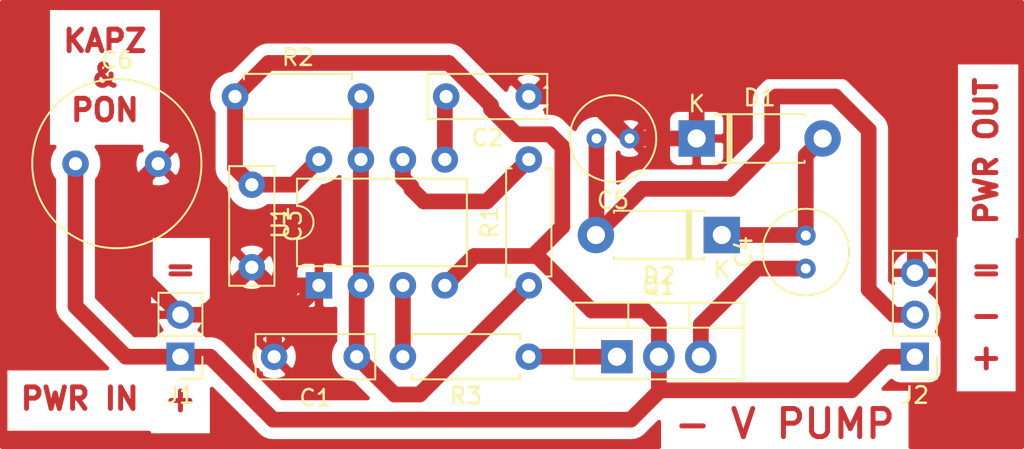
<source format=kicad_pcb>
(kicad_pcb (version 20171130) (host pcbnew 5.1.5+dfsg1-2build2)

  (general
    (thickness 1.6)
    (drawings 9)
    (tracks 87)
    (zones 0)
    (modules 15)
    (nets 11)
  )

  (page A4)
  (layers
    (0 F.Cu signal)
    (31 B.Cu signal)
    (32 B.Adhes user)
    (33 F.Adhes user)
    (34 B.Paste user)
    (35 F.Paste user)
    (36 B.SilkS user)
    (37 F.SilkS user)
    (38 B.Mask user)
    (39 F.Mask user)
    (40 Dwgs.User user)
    (41 Cmts.User user)
    (42 Eco1.User user)
    (43 Eco2.User user)
    (44 Edge.Cuts user)
    (45 Margin user)
    (46 B.CrtYd user)
    (47 F.CrtYd user)
    (48 B.Fab user)
    (49 F.Fab user)
  )

  (setup
    (last_trace_width 0.95)
    (user_trace_width 0.95)
    (user_trace_width 1.2)
    (trace_clearance 0.2)
    (zone_clearance 0.7)
    (zone_45_only no)
    (trace_min 0.2)
    (via_size 0.8)
    (via_drill 0.4)
    (via_min_size 0.4)
    (via_min_drill 0.3)
    (uvia_size 0.3)
    (uvia_drill 0.1)
    (uvias_allowed no)
    (uvia_min_size 0.2)
    (uvia_min_drill 0.1)
    (edge_width 0.05)
    (segment_width 0.2)
    (pcb_text_width 0.3)
    (pcb_text_size 1.5 1.5)
    (mod_edge_width 0.12)
    (mod_text_size 1 1)
    (mod_text_width 0.15)
    (pad_size 1.524 1.524)
    (pad_drill 0.762)
    (pad_to_mask_clearance 0.051)
    (solder_mask_min_width 0.25)
    (aux_axis_origin 0 0)
    (visible_elements FFFFFF7F)
    (pcbplotparams
      (layerselection 0x010fc_ffffffff)
      (usegerberextensions false)
      (usegerberattributes false)
      (usegerberadvancedattributes false)
      (creategerberjobfile false)
      (excludeedgelayer true)
      (linewidth 0.100000)
      (plotframeref false)
      (viasonmask false)
      (mode 1)
      (useauxorigin false)
      (hpglpennumber 1)
      (hpglpenspeed 20)
      (hpglpendiameter 15.000000)
      (psnegative false)
      (psa4output false)
      (plotreference true)
      (plotvalue true)
      (plotinvisibletext false)
      (padsonsilk false)
      (subtractmaskfromsilk false)
      (outputformat 1)
      (mirror false)
      (drillshape 1)
      (scaleselection 1)
      (outputdirectory ""))
  )

  (net 0 "")
  (net 1 "Net-(C1-Pad1)")
  (net 2 GND)
  (net 3 "Net-(C2-Pad2)")
  (net 4 +VDC)
  (net 5 "Net-(C4-Pad1)")
  (net 6 "Net-(C4-Pad2)")
  (net 7 -VDC)
  (net 8 "Net-(Q1-Pad1)")
  (net 9 "Net-(R1-Pad2)")
  (net 10 "Net-(R3-Pad2)")

  (net_class Default "This is the default net class."
    (clearance 0.2)
    (trace_width 0.25)
    (via_dia 0.8)
    (via_drill 0.4)
    (uvia_dia 0.3)
    (uvia_drill 0.1)
    (add_net +VDC)
    (add_net -VDC)
    (add_net GND)
    (add_net "Net-(C1-Pad1)")
    (add_net "Net-(C2-Pad2)")
    (add_net "Net-(C4-Pad1)")
    (add_net "Net-(C4-Pad2)")
    (add_net "Net-(Q1-Pad1)")
    (add_net "Net-(R1-Pad2)")
    (add_net "Net-(R3-Pad2)")
  )

  (module Capacitor_THT:C_Disc_D7.0mm_W2.5mm_P5.00mm (layer F.Cu) (tedit 5AE50EF0) (tstamp 62890917)
    (at 101.854 114.808 180)
    (descr "C, Disc series, Radial, pin pitch=5.00mm, , diameter*width=7*2.5mm^2, Capacitor, http://cdn-reichelt.de/documents/datenblatt/B300/DS_KERKO_TC.pdf")
    (tags "C Disc series Radial pin pitch 5.00mm  diameter 7mm width 2.5mm Capacitor")
    (path /6288EC24)
    (fp_text reference C1 (at 2.5 -2.5) (layer F.SilkS)
      (effects (font (size 1 1) (thickness 0.15)))
    )
    (fp_text value 223 (at 2.5 2.5) (layer F.Fab)
      (effects (font (size 1 1) (thickness 0.15)))
    )
    (fp_line (start -1 -1.25) (end -1 1.25) (layer F.Fab) (width 0.1))
    (fp_line (start -1 1.25) (end 6 1.25) (layer F.Fab) (width 0.1))
    (fp_line (start 6 1.25) (end 6 -1.25) (layer F.Fab) (width 0.1))
    (fp_line (start 6 -1.25) (end -1 -1.25) (layer F.Fab) (width 0.1))
    (fp_line (start -1.12 -1.37) (end 6.12 -1.37) (layer F.SilkS) (width 0.12))
    (fp_line (start -1.12 1.37) (end 6.12 1.37) (layer F.SilkS) (width 0.12))
    (fp_line (start -1.12 -1.37) (end -1.12 1.37) (layer F.SilkS) (width 0.12))
    (fp_line (start 6.12 -1.37) (end 6.12 1.37) (layer F.SilkS) (width 0.12))
    (fp_line (start -1.25 -1.5) (end -1.25 1.5) (layer F.CrtYd) (width 0.05))
    (fp_line (start -1.25 1.5) (end 6.25 1.5) (layer F.CrtYd) (width 0.05))
    (fp_line (start 6.25 1.5) (end 6.25 -1.5) (layer F.CrtYd) (width 0.05))
    (fp_line (start 6.25 -1.5) (end -1.25 -1.5) (layer F.CrtYd) (width 0.05))
    (fp_text user %R (at 2.5 0) (layer F.Fab)
      (effects (font (size 1 1) (thickness 0.15)))
    )
    (pad 1 thru_hole circle (at 0 0 180) (size 1.6 1.6) (drill 0.8) (layers *.Cu *.Mask)
      (net 1 "Net-(C1-Pad1)"))
    (pad 2 thru_hole circle (at 5 0 180) (size 1.6 1.6) (drill 0.8) (layers *.Cu *.Mask)
      (net 2 GND))
    (model ${KISYS3DMOD}/Capacitor_THT.3dshapes/C_Disc_D7.0mm_W2.5mm_P5.00mm.wrl
      (at (xyz 0 0 0))
      (scale (xyz 1 1 1))
      (rotate (xyz 0 0 0))
    )
  )

  (module Capacitor_THT:C_Disc_D7.0mm_W2.5mm_P5.00mm (layer F.Cu) (tedit 5AE50EF0) (tstamp 6289092A)
    (at 112.268 99.06 180)
    (descr "C, Disc series, Radial, pin pitch=5.00mm, , diameter*width=7*2.5mm^2, Capacitor, http://cdn-reichelt.de/documents/datenblatt/B300/DS_KERKO_TC.pdf")
    (tags "C Disc series Radial pin pitch 5.00mm  diameter 7mm width 2.5mm Capacitor")
    (path /6289C0AC)
    (fp_text reference C2 (at 2.5 -2.5) (layer F.SilkS)
      (effects (font (size 1 1) (thickness 0.15)))
    )
    (fp_text value 104 (at 2.5 2.5) (layer F.Fab)
      (effects (font (size 1 1) (thickness 0.15)))
    )
    (fp_text user %R (at 2.5 0) (layer F.Fab)
      (effects (font (size 1 1) (thickness 0.15)))
    )
    (fp_line (start 6.25 -1.5) (end -1.25 -1.5) (layer F.CrtYd) (width 0.05))
    (fp_line (start 6.25 1.5) (end 6.25 -1.5) (layer F.CrtYd) (width 0.05))
    (fp_line (start -1.25 1.5) (end 6.25 1.5) (layer F.CrtYd) (width 0.05))
    (fp_line (start -1.25 -1.5) (end -1.25 1.5) (layer F.CrtYd) (width 0.05))
    (fp_line (start 6.12 -1.37) (end 6.12 1.37) (layer F.SilkS) (width 0.12))
    (fp_line (start -1.12 -1.37) (end -1.12 1.37) (layer F.SilkS) (width 0.12))
    (fp_line (start -1.12 1.37) (end 6.12 1.37) (layer F.SilkS) (width 0.12))
    (fp_line (start -1.12 -1.37) (end 6.12 -1.37) (layer F.SilkS) (width 0.12))
    (fp_line (start 6 -1.25) (end -1 -1.25) (layer F.Fab) (width 0.1))
    (fp_line (start 6 1.25) (end 6 -1.25) (layer F.Fab) (width 0.1))
    (fp_line (start -1 1.25) (end 6 1.25) (layer F.Fab) (width 0.1))
    (fp_line (start -1 -1.25) (end -1 1.25) (layer F.Fab) (width 0.1))
    (pad 2 thru_hole circle (at 5 0 180) (size 1.6 1.6) (drill 0.8) (layers *.Cu *.Mask)
      (net 3 "Net-(C2-Pad2)"))
    (pad 1 thru_hole circle (at 0 0 180) (size 1.6 1.6) (drill 0.8) (layers *.Cu *.Mask)
      (net 2 GND))
    (model ${KISYS3DMOD}/Capacitor_THT.3dshapes/C_Disc_D7.0mm_W2.5mm_P5.00mm.wrl
      (at (xyz 0 0 0))
      (scale (xyz 1 1 1))
      (rotate (xyz 0 0 0))
    )
  )

  (module Capacitor_THT:C_Disc_D7.0mm_W2.5mm_P5.00mm (layer F.Cu) (tedit 5AE50EF0) (tstamp 62891033)
    (at 95.504 104.394 270)
    (descr "C, Disc series, Radial, pin pitch=5.00mm, , diameter*width=7*2.5mm^2, Capacitor, http://cdn-reichelt.de/documents/datenblatt/B300/DS_KERKO_TC.pdf")
    (tags "C Disc series Radial pin pitch 5.00mm  diameter 7mm width 2.5mm Capacitor")
    (path /628ED369)
    (fp_text reference C3 (at 2.5 -2.5 90) (layer F.SilkS)
      (effects (font (size 1 1) (thickness 0.15)))
    )
    (fp_text value 104 (at 2.5 2.5 90) (layer F.Fab)
      (effects (font (size 1 1) (thickness 0.15)))
    )
    (fp_line (start -1 -1.25) (end -1 1.25) (layer F.Fab) (width 0.1))
    (fp_line (start -1 1.25) (end 6 1.25) (layer F.Fab) (width 0.1))
    (fp_line (start 6 1.25) (end 6 -1.25) (layer F.Fab) (width 0.1))
    (fp_line (start 6 -1.25) (end -1 -1.25) (layer F.Fab) (width 0.1))
    (fp_line (start -1.12 -1.37) (end 6.12 -1.37) (layer F.SilkS) (width 0.12))
    (fp_line (start -1.12 1.37) (end 6.12 1.37) (layer F.SilkS) (width 0.12))
    (fp_line (start -1.12 -1.37) (end -1.12 1.37) (layer F.SilkS) (width 0.12))
    (fp_line (start 6.12 -1.37) (end 6.12 1.37) (layer F.SilkS) (width 0.12))
    (fp_line (start -1.25 -1.5) (end -1.25 1.5) (layer F.CrtYd) (width 0.05))
    (fp_line (start -1.25 1.5) (end 6.25 1.5) (layer F.CrtYd) (width 0.05))
    (fp_line (start 6.25 1.5) (end 6.25 -1.5) (layer F.CrtYd) (width 0.05))
    (fp_line (start 6.25 -1.5) (end -1.25 -1.5) (layer F.CrtYd) (width 0.05))
    (fp_text user %R (at 2.5 0 90) (layer F.Fab)
      (effects (font (size 1 1) (thickness 0.15)))
    )
    (pad 1 thru_hole circle (at 0 0 270) (size 1.6 1.6) (drill 0.8) (layers *.Cu *.Mask)
      (net 4 +VDC))
    (pad 2 thru_hole circle (at 5 0 270) (size 1.6 1.6) (drill 0.8) (layers *.Cu *.Mask)
      (net 2 GND))
    (model ${KISYS3DMOD}/Capacitor_THT.3dshapes/C_Disc_D7.0mm_W2.5mm_P5.00mm.wrl
      (at (xyz 0 0 0))
      (scale (xyz 1 1 1))
      (rotate (xyz 0 0 0))
    )
  )

  (module Capacitor_THT:C_Radial_D5.0mm_H7.0mm_P2.00mm (layer F.Cu) (tedit 5BC5C9B9) (tstamp 62890947)
    (at 129.032 109.474 90)
    (descr "C, Radial series, Radial, pin pitch=2.00mm, diameter=5mm, height=7mm, Non-Polar Electrolytic Capacitor")
    (tags "C Radial series Radial pin pitch 2.00mm diameter 5mm height 7mm Non-Polar Electrolytic Capacitor")
    (path /628AC64E)
    (fp_text reference C4 (at 1 -3.75 90) (layer F.SilkS)
      (effects (font (size 1 1) (thickness 0.15)))
    )
    (fp_text value 10uF (at 1 3.75 90) (layer F.Fab)
      (effects (font (size 1 1) (thickness 0.15)))
    )
    (fp_circle (center 1 0) (end 3.5 0) (layer F.Fab) (width 0.1))
    (fp_circle (center 1 0) (end 3.62 0) (layer F.SilkS) (width 0.12))
    (fp_circle (center 1 0) (end 3.75 0) (layer F.CrtYd) (width 0.05))
    (fp_text user %R (at 1 0 90) (layer F.Fab)
      (effects (font (size 1 1) (thickness 0.15)))
    )
    (pad 1 thru_hole circle (at 0 0 90) (size 1.2 1.2) (drill 0.6) (layers *.Cu *.Mask)
      (net 5 "Net-(C4-Pad1)"))
    (pad 2 thru_hole circle (at 2 0 90) (size 1.2 1.2) (drill 0.6) (layers *.Cu *.Mask)
      (net 6 "Net-(C4-Pad2)"))
    (model ${KISYS3DMOD}/Capacitor_THT.3dshapes/C_Radial_D5.0mm_H7.0mm_P2.00mm.wrl
      (at (xyz 0 0 0))
      (scale (xyz 1 1 1))
      (rotate (xyz 0 0 0))
    )
  )

  (module Capacitor_THT:C_Radial_D5.0mm_H7.0mm_P2.00mm (layer F.Cu) (tedit 5BC5C9B9) (tstamp 62890951)
    (at 118.364 101.6 180)
    (descr "C, Radial series, Radial, pin pitch=2.00mm, diameter=5mm, height=7mm, Non-Polar Electrolytic Capacitor")
    (tags "C Radial series Radial pin pitch 2.00mm diameter 5mm height 7mm Non-Polar Electrolytic Capacitor")
    (path /628B2168)
    (fp_text reference C5 (at 1 -3.75) (layer F.SilkS)
      (effects (font (size 1 1) (thickness 0.15)))
    )
    (fp_text value 10uF (at 1 3.75) (layer F.Fab)
      (effects (font (size 1 1) (thickness 0.15)))
    )
    (fp_text user %R (at 1 0) (layer F.Fab)
      (effects (font (size 1 1) (thickness 0.15)))
    )
    (fp_circle (center 1 0) (end 3.75 0) (layer F.CrtYd) (width 0.05))
    (fp_circle (center 1 0) (end 3.62 0) (layer F.SilkS) (width 0.12))
    (fp_circle (center 1 0) (end 3.5 0) (layer F.Fab) (width 0.1))
    (pad 2 thru_hole circle (at 2 0 180) (size 1.2 1.2) (drill 0.6) (layers *.Cu *.Mask)
      (net 7 -VDC))
    (pad 1 thru_hole circle (at 0 0 180) (size 1.2 1.2) (drill 0.6) (layers *.Cu *.Mask)
      (net 2 GND))
    (model ${KISYS3DMOD}/Capacitor_THT.3dshapes/C_Radial_D5.0mm_H7.0mm_P2.00mm.wrl
      (at (xyz 0 0 0))
      (scale (xyz 1 1 1))
      (rotate (xyz 0 0 0))
    )
  )

  (module Diode_THT:D_DO-41_SOD81_P7.62mm_Horizontal (layer F.Cu) (tedit 5AE50CD5) (tstamp 62890970)
    (at 122.428 101.6)
    (descr "Diode, DO-41_SOD81 series, Axial, Horizontal, pin pitch=7.62mm, , length*diameter=5.2*2.7mm^2, , http://www.diodes.com/_files/packages/DO-41%20(Plastic).pdf")
    (tags "Diode DO-41_SOD81 series Axial Horizontal pin pitch 7.62mm  length 5.2mm diameter 2.7mm")
    (path /628B0467)
    (fp_text reference D1 (at 3.81 -2.47) (layer F.SilkS)
      (effects (font (size 1 1) (thickness 0.15)))
    )
    (fp_text value D (at 3.81 2.47) (layer F.Fab)
      (effects (font (size 1 1) (thickness 0.15)))
    )
    (fp_text user K (at 0 -2.1) (layer F.SilkS)
      (effects (font (size 1 1) (thickness 0.15)))
    )
    (fp_text user K (at 0 -2.1) (layer F.Fab)
      (effects (font (size 1 1) (thickness 0.15)))
    )
    (fp_text user %R (at 4.2 0) (layer F.Fab)
      (effects (font (size 1 1) (thickness 0.15)))
    )
    (fp_line (start 8.97 -1.6) (end -1.35 -1.6) (layer F.CrtYd) (width 0.05))
    (fp_line (start 8.97 1.6) (end 8.97 -1.6) (layer F.CrtYd) (width 0.05))
    (fp_line (start -1.35 1.6) (end 8.97 1.6) (layer F.CrtYd) (width 0.05))
    (fp_line (start -1.35 -1.6) (end -1.35 1.6) (layer F.CrtYd) (width 0.05))
    (fp_line (start 1.87 -1.47) (end 1.87 1.47) (layer F.SilkS) (width 0.12))
    (fp_line (start 2.11 -1.47) (end 2.11 1.47) (layer F.SilkS) (width 0.12))
    (fp_line (start 1.99 -1.47) (end 1.99 1.47) (layer F.SilkS) (width 0.12))
    (fp_line (start 6.53 1.47) (end 6.53 1.34) (layer F.SilkS) (width 0.12))
    (fp_line (start 1.09 1.47) (end 6.53 1.47) (layer F.SilkS) (width 0.12))
    (fp_line (start 1.09 1.34) (end 1.09 1.47) (layer F.SilkS) (width 0.12))
    (fp_line (start 6.53 -1.47) (end 6.53 -1.34) (layer F.SilkS) (width 0.12))
    (fp_line (start 1.09 -1.47) (end 6.53 -1.47) (layer F.SilkS) (width 0.12))
    (fp_line (start 1.09 -1.34) (end 1.09 -1.47) (layer F.SilkS) (width 0.12))
    (fp_line (start 1.89 -1.35) (end 1.89 1.35) (layer F.Fab) (width 0.1))
    (fp_line (start 2.09 -1.35) (end 2.09 1.35) (layer F.Fab) (width 0.1))
    (fp_line (start 1.99 -1.35) (end 1.99 1.35) (layer F.Fab) (width 0.1))
    (fp_line (start 7.62 0) (end 6.41 0) (layer F.Fab) (width 0.1))
    (fp_line (start 0 0) (end 1.21 0) (layer F.Fab) (width 0.1))
    (fp_line (start 6.41 -1.35) (end 1.21 -1.35) (layer F.Fab) (width 0.1))
    (fp_line (start 6.41 1.35) (end 6.41 -1.35) (layer F.Fab) (width 0.1))
    (fp_line (start 1.21 1.35) (end 6.41 1.35) (layer F.Fab) (width 0.1))
    (fp_line (start 1.21 -1.35) (end 1.21 1.35) (layer F.Fab) (width 0.1))
    (pad 2 thru_hole oval (at 7.62 0) (size 2.2 2.2) (drill 1.1) (layers *.Cu *.Mask)
      (net 6 "Net-(C4-Pad2)"))
    (pad 1 thru_hole rect (at 0 0) (size 2.2 2.2) (drill 1.1) (layers *.Cu *.Mask)
      (net 2 GND))
    (model ${KISYS3DMOD}/Diode_THT.3dshapes/D_DO-41_SOD81_P7.62mm_Horizontal.wrl
      (at (xyz 0 0 0))
      (scale (xyz 1 1 1))
      (rotate (xyz 0 0 0))
    )
  )

  (module Diode_THT:D_DO-41_SOD81_P7.62mm_Horizontal (layer F.Cu) (tedit 5AE50CD5) (tstamp 6289098F)
    (at 123.952 107.442 180)
    (descr "Diode, DO-41_SOD81 series, Axial, Horizontal, pin pitch=7.62mm, , length*diameter=5.2*2.7mm^2, , http://www.diodes.com/_files/packages/DO-41%20(Plastic).pdf")
    (tags "Diode DO-41_SOD81 series Axial Horizontal pin pitch 7.62mm  length 5.2mm diameter 2.7mm")
    (path /628A86F0)
    (fp_text reference D2 (at 3.81 -2.47) (layer F.SilkS)
      (effects (font (size 1 1) (thickness 0.15)))
    )
    (fp_text value D (at 3.81 2.47) (layer F.Fab)
      (effects (font (size 1 1) (thickness 0.15)))
    )
    (fp_line (start 1.21 -1.35) (end 1.21 1.35) (layer F.Fab) (width 0.1))
    (fp_line (start 1.21 1.35) (end 6.41 1.35) (layer F.Fab) (width 0.1))
    (fp_line (start 6.41 1.35) (end 6.41 -1.35) (layer F.Fab) (width 0.1))
    (fp_line (start 6.41 -1.35) (end 1.21 -1.35) (layer F.Fab) (width 0.1))
    (fp_line (start 0 0) (end 1.21 0) (layer F.Fab) (width 0.1))
    (fp_line (start 7.62 0) (end 6.41 0) (layer F.Fab) (width 0.1))
    (fp_line (start 1.99 -1.35) (end 1.99 1.35) (layer F.Fab) (width 0.1))
    (fp_line (start 2.09 -1.35) (end 2.09 1.35) (layer F.Fab) (width 0.1))
    (fp_line (start 1.89 -1.35) (end 1.89 1.35) (layer F.Fab) (width 0.1))
    (fp_line (start 1.09 -1.34) (end 1.09 -1.47) (layer F.SilkS) (width 0.12))
    (fp_line (start 1.09 -1.47) (end 6.53 -1.47) (layer F.SilkS) (width 0.12))
    (fp_line (start 6.53 -1.47) (end 6.53 -1.34) (layer F.SilkS) (width 0.12))
    (fp_line (start 1.09 1.34) (end 1.09 1.47) (layer F.SilkS) (width 0.12))
    (fp_line (start 1.09 1.47) (end 6.53 1.47) (layer F.SilkS) (width 0.12))
    (fp_line (start 6.53 1.47) (end 6.53 1.34) (layer F.SilkS) (width 0.12))
    (fp_line (start 1.99 -1.47) (end 1.99 1.47) (layer F.SilkS) (width 0.12))
    (fp_line (start 2.11 -1.47) (end 2.11 1.47) (layer F.SilkS) (width 0.12))
    (fp_line (start 1.87 -1.47) (end 1.87 1.47) (layer F.SilkS) (width 0.12))
    (fp_line (start -1.35 -1.6) (end -1.35 1.6) (layer F.CrtYd) (width 0.05))
    (fp_line (start -1.35 1.6) (end 8.97 1.6) (layer F.CrtYd) (width 0.05))
    (fp_line (start 8.97 1.6) (end 8.97 -1.6) (layer F.CrtYd) (width 0.05))
    (fp_line (start 8.97 -1.6) (end -1.35 -1.6) (layer F.CrtYd) (width 0.05))
    (fp_text user %R (at 4.2 0) (layer F.Fab)
      (effects (font (size 1 1) (thickness 0.15)))
    )
    (fp_text user K (at 0 -2.1) (layer F.Fab)
      (effects (font (size 1 1) (thickness 0.15)))
    )
    (fp_text user K (at 0 -2.1) (layer F.SilkS)
      (effects (font (size 1 1) (thickness 0.15)))
    )
    (pad 1 thru_hole rect (at 0 0 180) (size 2.2 2.2) (drill 1.1) (layers *.Cu *.Mask)
      (net 6 "Net-(C4-Pad2)"))
    (pad 2 thru_hole oval (at 7.62 0 180) (size 2.2 2.2) (drill 1.1) (layers *.Cu *.Mask)
      (net 7 -VDC))
    (model ${KISYS3DMOD}/Diode_THT.3dshapes/D_DO-41_SOD81_P7.62mm_Horizontal.wrl
      (at (xyz 0 0 0))
      (scale (xyz 1 1 1))
      (rotate (xyz 0 0 0))
    )
  )

  (module Connector_PinHeader_2.54mm:PinHeader_1x02_P2.54mm_Vertical (layer F.Cu) (tedit 59FED5CC) (tstamp 628918CD)
    (at 91.186 114.808 180)
    (descr "Through hole straight pin header, 1x02, 2.54mm pitch, single row")
    (tags "Through hole pin header THT 1x02 2.54mm single row")
    (path /628BFE27)
    (fp_text reference J1 (at 0 -2.33) (layer F.SilkS)
      (effects (font (size 1 1) (thickness 0.15)))
    )
    (fp_text value PWR (at 0 4.87) (layer F.Fab)
      (effects (font (size 1 1) (thickness 0.15)))
    )
    (fp_line (start -0.635 -1.27) (end 1.27 -1.27) (layer F.Fab) (width 0.1))
    (fp_line (start 1.27 -1.27) (end 1.27 3.81) (layer F.Fab) (width 0.1))
    (fp_line (start 1.27 3.81) (end -1.27 3.81) (layer F.Fab) (width 0.1))
    (fp_line (start -1.27 3.81) (end -1.27 -0.635) (layer F.Fab) (width 0.1))
    (fp_line (start -1.27 -0.635) (end -0.635 -1.27) (layer F.Fab) (width 0.1))
    (fp_line (start -1.33 3.87) (end 1.33 3.87) (layer F.SilkS) (width 0.12))
    (fp_line (start -1.33 1.27) (end -1.33 3.87) (layer F.SilkS) (width 0.12))
    (fp_line (start 1.33 1.27) (end 1.33 3.87) (layer F.SilkS) (width 0.12))
    (fp_line (start -1.33 1.27) (end 1.33 1.27) (layer F.SilkS) (width 0.12))
    (fp_line (start -1.33 0) (end -1.33 -1.33) (layer F.SilkS) (width 0.12))
    (fp_line (start -1.33 -1.33) (end 0 -1.33) (layer F.SilkS) (width 0.12))
    (fp_line (start -1.8 -1.8) (end -1.8 4.35) (layer F.CrtYd) (width 0.05))
    (fp_line (start -1.8 4.35) (end 1.8 4.35) (layer F.CrtYd) (width 0.05))
    (fp_line (start 1.8 4.35) (end 1.8 -1.8) (layer F.CrtYd) (width 0.05))
    (fp_line (start 1.8 -1.8) (end -1.8 -1.8) (layer F.CrtYd) (width 0.05))
    (fp_text user %R (at 0 1.27 90) (layer F.Fab)
      (effects (font (size 1 1) (thickness 0.15)))
    )
    (pad 1 thru_hole rect (at 0 0 180) (size 1.7 1.7) (drill 1) (layers *.Cu *.Mask)
      (net 4 +VDC))
    (pad 2 thru_hole oval (at 0 2.54 180) (size 1.7 1.7) (drill 1) (layers *.Cu *.Mask)
      (net 2 GND))
    (model ${KISYS3DMOD}/Connector_PinHeader_2.54mm.3dshapes/PinHeader_1x02_P2.54mm_Vertical.wrl
      (at (xyz 0 0 0))
      (scale (xyz 1 1 1))
      (rotate (xyz 0 0 0))
    )
  )

  (module Connector_PinHeader_2.54mm:PinHeader_1x03_P2.54mm_Vertical (layer F.Cu) (tedit 59FED5CC) (tstamp 628909BC)
    (at 135.636 114.808 180)
    (descr "Through hole straight pin header, 1x03, 2.54mm pitch, single row")
    (tags "Through hole pin header THT 1x03 2.54mm single row")
    (path /628BBD2F)
    (fp_text reference J2 (at 0 -2.33) (layer F.SilkS)
      (effects (font (size 1 1) (thickness 0.15)))
    )
    (fp_text value "PWR OUT" (at 0 7.41) (layer F.Fab)
      (effects (font (size 1 1) (thickness 0.15)))
    )
    (fp_line (start -0.635 -1.27) (end 1.27 -1.27) (layer F.Fab) (width 0.1))
    (fp_line (start 1.27 -1.27) (end 1.27 6.35) (layer F.Fab) (width 0.1))
    (fp_line (start 1.27 6.35) (end -1.27 6.35) (layer F.Fab) (width 0.1))
    (fp_line (start -1.27 6.35) (end -1.27 -0.635) (layer F.Fab) (width 0.1))
    (fp_line (start -1.27 -0.635) (end -0.635 -1.27) (layer F.Fab) (width 0.1))
    (fp_line (start -1.33 6.41) (end 1.33 6.41) (layer F.SilkS) (width 0.12))
    (fp_line (start -1.33 1.27) (end -1.33 6.41) (layer F.SilkS) (width 0.12))
    (fp_line (start 1.33 1.27) (end 1.33 6.41) (layer F.SilkS) (width 0.12))
    (fp_line (start -1.33 1.27) (end 1.33 1.27) (layer F.SilkS) (width 0.12))
    (fp_line (start -1.33 0) (end -1.33 -1.33) (layer F.SilkS) (width 0.12))
    (fp_line (start -1.33 -1.33) (end 0 -1.33) (layer F.SilkS) (width 0.12))
    (fp_line (start -1.8 -1.8) (end -1.8 6.85) (layer F.CrtYd) (width 0.05))
    (fp_line (start -1.8 6.85) (end 1.8 6.85) (layer F.CrtYd) (width 0.05))
    (fp_line (start 1.8 6.85) (end 1.8 -1.8) (layer F.CrtYd) (width 0.05))
    (fp_line (start 1.8 -1.8) (end -1.8 -1.8) (layer F.CrtYd) (width 0.05))
    (fp_text user %R (at 0 2.54 90) (layer F.Fab)
      (effects (font (size 1 1) (thickness 0.15)))
    )
    (pad 1 thru_hole rect (at 0 0 180) (size 1.7 1.7) (drill 1) (layers *.Cu *.Mask)
      (net 4 +VDC))
    (pad 2 thru_hole oval (at 0 2.54 180) (size 1.7 1.7) (drill 1) (layers *.Cu *.Mask)
      (net 7 -VDC))
    (pad 3 thru_hole oval (at 0 5.08 180) (size 1.7 1.7) (drill 1) (layers *.Cu *.Mask)
      (net 2 GND))
    (model ${KISYS3DMOD}/Connector_PinHeader_2.54mm.3dshapes/PinHeader_1x03_P2.54mm_Vertical.wrl
      (at (xyz 0 0 0))
      (scale (xyz 1 1 1))
      (rotate (xyz 0 0 0))
    )
  )

  (module Package_TO_SOT_THT:TO-220-3_Vertical (layer F.Cu) (tedit 5AC8BA0D) (tstamp 628909D6)
    (at 117.602 114.808)
    (descr "TO-220-3, Vertical, RM 2.54mm, see https://www.vishay.com/docs/66542/to-220-1.pdf")
    (tags "TO-220-3 Vertical RM 2.54mm")
    (path /628A2FB7)
    (fp_text reference Q1 (at 2.54 -4.27) (layer F.SilkS)
      (effects (font (size 1 1) (thickness 0.15)))
    )
    (fp_text value Q_NMOS_GDS (at 2.54 2.5) (layer F.Fab)
      (effects (font (size 1 1) (thickness 0.15)))
    )
    (fp_line (start -2.46 -3.15) (end -2.46 1.25) (layer F.Fab) (width 0.1))
    (fp_line (start -2.46 1.25) (end 7.54 1.25) (layer F.Fab) (width 0.1))
    (fp_line (start 7.54 1.25) (end 7.54 -3.15) (layer F.Fab) (width 0.1))
    (fp_line (start 7.54 -3.15) (end -2.46 -3.15) (layer F.Fab) (width 0.1))
    (fp_line (start -2.46 -1.88) (end 7.54 -1.88) (layer F.Fab) (width 0.1))
    (fp_line (start 0.69 -3.15) (end 0.69 -1.88) (layer F.Fab) (width 0.1))
    (fp_line (start 4.39 -3.15) (end 4.39 -1.88) (layer F.Fab) (width 0.1))
    (fp_line (start -2.58 -3.27) (end 7.66 -3.27) (layer F.SilkS) (width 0.12))
    (fp_line (start -2.58 1.371) (end 7.66 1.371) (layer F.SilkS) (width 0.12))
    (fp_line (start -2.58 -3.27) (end -2.58 1.371) (layer F.SilkS) (width 0.12))
    (fp_line (start 7.66 -3.27) (end 7.66 1.371) (layer F.SilkS) (width 0.12))
    (fp_line (start -2.58 -1.76) (end 7.66 -1.76) (layer F.SilkS) (width 0.12))
    (fp_line (start 0.69 -3.27) (end 0.69 -1.76) (layer F.SilkS) (width 0.12))
    (fp_line (start 4.391 -3.27) (end 4.391 -1.76) (layer F.SilkS) (width 0.12))
    (fp_line (start -2.71 -3.4) (end -2.71 1.51) (layer F.CrtYd) (width 0.05))
    (fp_line (start -2.71 1.51) (end 7.79 1.51) (layer F.CrtYd) (width 0.05))
    (fp_line (start 7.79 1.51) (end 7.79 -3.4) (layer F.CrtYd) (width 0.05))
    (fp_line (start 7.79 -3.4) (end -2.71 -3.4) (layer F.CrtYd) (width 0.05))
    (fp_text user %R (at 2.54 -4.27) (layer F.Fab)
      (effects (font (size 1 1) (thickness 0.15)))
    )
    (pad 1 thru_hole rect (at 0 0) (size 1.905 2) (drill 1.1) (layers *.Cu *.Mask)
      (net 8 "Net-(Q1-Pad1)"))
    (pad 2 thru_hole oval (at 2.54 0) (size 1.905 2) (drill 1.1) (layers *.Cu *.Mask)
      (net 4 +VDC))
    (pad 3 thru_hole oval (at 5.08 0) (size 1.905 2) (drill 1.1) (layers *.Cu *.Mask)
      (net 5 "Net-(C4-Pad1)"))
    (model ${KISYS3DMOD}/Package_TO_SOT_THT.3dshapes/TO-220-3_Vertical.wrl
      (at (xyz 0 0 0))
      (scale (xyz 1 1 1))
      (rotate (xyz 0 0 0))
    )
  )

  (module Resistor_THT:R_Axial_DIN0207_L6.3mm_D2.5mm_P7.62mm_Horizontal (layer F.Cu) (tedit 5AE5139B) (tstamp 628909ED)
    (at 112.268 110.49 90)
    (descr "Resistor, Axial_DIN0207 series, Axial, Horizontal, pin pitch=7.62mm, 0.25W = 1/4W, length*diameter=6.3*2.5mm^2, http://cdn-reichelt.de/documents/datenblatt/B400/1_4W%23YAG.pdf")
    (tags "Resistor Axial_DIN0207 series Axial Horizontal pin pitch 7.62mm 0.25W = 1/4W length 6.3mm diameter 2.5mm")
    (path /6288E25E)
    (fp_text reference R1 (at 3.81 -2.37 90) (layer F.SilkS)
      (effects (font (size 1 1) (thickness 0.15)))
    )
    (fp_text value 2K (at 3.81 2.37 90) (layer F.Fab)
      (effects (font (size 1 1) (thickness 0.15)))
    )
    (fp_line (start 0.66 -1.25) (end 0.66 1.25) (layer F.Fab) (width 0.1))
    (fp_line (start 0.66 1.25) (end 6.96 1.25) (layer F.Fab) (width 0.1))
    (fp_line (start 6.96 1.25) (end 6.96 -1.25) (layer F.Fab) (width 0.1))
    (fp_line (start 6.96 -1.25) (end 0.66 -1.25) (layer F.Fab) (width 0.1))
    (fp_line (start 0 0) (end 0.66 0) (layer F.Fab) (width 0.1))
    (fp_line (start 7.62 0) (end 6.96 0) (layer F.Fab) (width 0.1))
    (fp_line (start 0.54 -1.04) (end 0.54 -1.37) (layer F.SilkS) (width 0.12))
    (fp_line (start 0.54 -1.37) (end 7.08 -1.37) (layer F.SilkS) (width 0.12))
    (fp_line (start 7.08 -1.37) (end 7.08 -1.04) (layer F.SilkS) (width 0.12))
    (fp_line (start 0.54 1.04) (end 0.54 1.37) (layer F.SilkS) (width 0.12))
    (fp_line (start 0.54 1.37) (end 7.08 1.37) (layer F.SilkS) (width 0.12))
    (fp_line (start 7.08 1.37) (end 7.08 1.04) (layer F.SilkS) (width 0.12))
    (fp_line (start -1.05 -1.5) (end -1.05 1.5) (layer F.CrtYd) (width 0.05))
    (fp_line (start -1.05 1.5) (end 8.67 1.5) (layer F.CrtYd) (width 0.05))
    (fp_line (start 8.67 1.5) (end 8.67 -1.5) (layer F.CrtYd) (width 0.05))
    (fp_line (start 8.67 -1.5) (end -1.05 -1.5) (layer F.CrtYd) (width 0.05))
    (fp_text user %R (at 3.81 0 90) (layer F.Fab)
      (effects (font (size 1 1) (thickness 0.15)))
    )
    (pad 1 thru_hole circle (at 0 0 90) (size 1.6 1.6) (drill 0.8) (layers *.Cu *.Mask)
      (net 1 "Net-(C1-Pad1)"))
    (pad 2 thru_hole oval (at 7.62 0 90) (size 1.6 1.6) (drill 0.8) (layers *.Cu *.Mask)
      (net 9 "Net-(R1-Pad2)"))
    (model ${KISYS3DMOD}/Resistor_THT.3dshapes/R_Axial_DIN0207_L6.3mm_D2.5mm_P7.62mm_Horizontal.wrl
      (at (xyz 0 0 0))
      (scale (xyz 1 1 1))
      (rotate (xyz 0 0 0))
    )
  )

  (module Resistor_THT:R_Axial_DIN0207_L6.3mm_D2.5mm_P7.62mm_Horizontal (layer F.Cu) (tedit 5AE5139B) (tstamp 62890A04)
    (at 94.488 99.06)
    (descr "Resistor, Axial_DIN0207 series, Axial, Horizontal, pin pitch=7.62mm, 0.25W = 1/4W, length*diameter=6.3*2.5mm^2, http://cdn-reichelt.de/documents/datenblatt/B400/1_4W%23YAG.pdf")
    (tags "Resistor Axial_DIN0207 series Axial Horizontal pin pitch 7.62mm 0.25W = 1/4W length 6.3mm diameter 2.5mm")
    (path /62890774)
    (fp_text reference R2 (at 3.81 -2.37) (layer F.SilkS)
      (effects (font (size 1 1) (thickness 0.15)))
    )
    (fp_text value 2K2 (at 3.81 2.37) (layer F.Fab)
      (effects (font (size 1 1) (thickness 0.15)))
    )
    (fp_text user %R (at 3.81 0) (layer F.Fab)
      (effects (font (size 1 1) (thickness 0.15)))
    )
    (fp_line (start 8.67 -1.5) (end -1.05 -1.5) (layer F.CrtYd) (width 0.05))
    (fp_line (start 8.67 1.5) (end 8.67 -1.5) (layer F.CrtYd) (width 0.05))
    (fp_line (start -1.05 1.5) (end 8.67 1.5) (layer F.CrtYd) (width 0.05))
    (fp_line (start -1.05 -1.5) (end -1.05 1.5) (layer F.CrtYd) (width 0.05))
    (fp_line (start 7.08 1.37) (end 7.08 1.04) (layer F.SilkS) (width 0.12))
    (fp_line (start 0.54 1.37) (end 7.08 1.37) (layer F.SilkS) (width 0.12))
    (fp_line (start 0.54 1.04) (end 0.54 1.37) (layer F.SilkS) (width 0.12))
    (fp_line (start 7.08 -1.37) (end 7.08 -1.04) (layer F.SilkS) (width 0.12))
    (fp_line (start 0.54 -1.37) (end 7.08 -1.37) (layer F.SilkS) (width 0.12))
    (fp_line (start 0.54 -1.04) (end 0.54 -1.37) (layer F.SilkS) (width 0.12))
    (fp_line (start 7.62 0) (end 6.96 0) (layer F.Fab) (width 0.1))
    (fp_line (start 0 0) (end 0.66 0) (layer F.Fab) (width 0.1))
    (fp_line (start 6.96 -1.25) (end 0.66 -1.25) (layer F.Fab) (width 0.1))
    (fp_line (start 6.96 1.25) (end 6.96 -1.25) (layer F.Fab) (width 0.1))
    (fp_line (start 0.66 1.25) (end 6.96 1.25) (layer F.Fab) (width 0.1))
    (fp_line (start 0.66 -1.25) (end 0.66 1.25) (layer F.Fab) (width 0.1))
    (pad 2 thru_hole oval (at 7.62 0) (size 1.6 1.6) (drill 0.8) (layers *.Cu *.Mask)
      (net 1 "Net-(C1-Pad1)"))
    (pad 1 thru_hole circle (at 0 0) (size 1.6 1.6) (drill 0.8) (layers *.Cu *.Mask)
      (net 4 +VDC))
    (model ${KISYS3DMOD}/Resistor_THT.3dshapes/R_Axial_DIN0207_L6.3mm_D2.5mm_P7.62mm_Horizontal.wrl
      (at (xyz 0 0 0))
      (scale (xyz 1 1 1))
      (rotate (xyz 0 0 0))
    )
  )

  (module Resistor_THT:R_Axial_DIN0207_L6.3mm_D2.5mm_P7.62mm_Horizontal (layer F.Cu) (tedit 5AE5139B) (tstamp 62890A1B)
    (at 112.268 114.808 180)
    (descr "Resistor, Axial_DIN0207 series, Axial, Horizontal, pin pitch=7.62mm, 0.25W = 1/4W, length*diameter=6.3*2.5mm^2, http://cdn-reichelt.de/documents/datenblatt/B400/1_4W%23YAG.pdf")
    (tags "Resistor Axial_DIN0207 series Axial Horizontal pin pitch 7.62mm 0.25W = 1/4W length 6.3mm diameter 2.5mm")
    (path /6289FED6)
    (fp_text reference R3 (at 3.81 -2.37) (layer F.SilkS)
      (effects (font (size 1 1) (thickness 0.15)))
    )
    (fp_text value 270 (at 3.81 2.37) (layer F.Fab)
      (effects (font (size 1 1) (thickness 0.15)))
    )
    (fp_line (start 0.66 -1.25) (end 0.66 1.25) (layer F.Fab) (width 0.1))
    (fp_line (start 0.66 1.25) (end 6.96 1.25) (layer F.Fab) (width 0.1))
    (fp_line (start 6.96 1.25) (end 6.96 -1.25) (layer F.Fab) (width 0.1))
    (fp_line (start 6.96 -1.25) (end 0.66 -1.25) (layer F.Fab) (width 0.1))
    (fp_line (start 0 0) (end 0.66 0) (layer F.Fab) (width 0.1))
    (fp_line (start 7.62 0) (end 6.96 0) (layer F.Fab) (width 0.1))
    (fp_line (start 0.54 -1.04) (end 0.54 -1.37) (layer F.SilkS) (width 0.12))
    (fp_line (start 0.54 -1.37) (end 7.08 -1.37) (layer F.SilkS) (width 0.12))
    (fp_line (start 7.08 -1.37) (end 7.08 -1.04) (layer F.SilkS) (width 0.12))
    (fp_line (start 0.54 1.04) (end 0.54 1.37) (layer F.SilkS) (width 0.12))
    (fp_line (start 0.54 1.37) (end 7.08 1.37) (layer F.SilkS) (width 0.12))
    (fp_line (start 7.08 1.37) (end 7.08 1.04) (layer F.SilkS) (width 0.12))
    (fp_line (start -1.05 -1.5) (end -1.05 1.5) (layer F.CrtYd) (width 0.05))
    (fp_line (start -1.05 1.5) (end 8.67 1.5) (layer F.CrtYd) (width 0.05))
    (fp_line (start 8.67 1.5) (end 8.67 -1.5) (layer F.CrtYd) (width 0.05))
    (fp_line (start 8.67 -1.5) (end -1.05 -1.5) (layer F.CrtYd) (width 0.05))
    (fp_text user %R (at 3.81 0) (layer F.Fab)
      (effects (font (size 1 1) (thickness 0.15)))
    )
    (pad 1 thru_hole circle (at 0 0 180) (size 1.6 1.6) (drill 0.8) (layers *.Cu *.Mask)
      (net 8 "Net-(Q1-Pad1)"))
    (pad 2 thru_hole oval (at 7.62 0 180) (size 1.6 1.6) (drill 0.8) (layers *.Cu *.Mask)
      (net 10 "Net-(R3-Pad2)"))
    (model ${KISYS3DMOD}/Resistor_THT.3dshapes/R_Axial_DIN0207_L6.3mm_D2.5mm_P7.62mm_Horizontal.wrl
      (at (xyz 0 0 0))
      (scale (xyz 1 1 1))
      (rotate (xyz 0 0 0))
    )
  )

  (module Package_DIP:DIP-8_W7.62mm (layer F.Cu) (tedit 5A02E8C5) (tstamp 62890A37)
    (at 99.568 110.49 90)
    (descr "8-lead though-hole mounted DIP package, row spacing 7.62 mm (300 mils)")
    (tags "THT DIP DIL PDIP 2.54mm 7.62mm 300mil")
    (path /6288AAAA)
    (fp_text reference U1 (at 3.81 -2.33 90) (layer F.SilkS)
      (effects (font (size 1 1) (thickness 0.15)))
    )
    (fp_text value NE555 (at 3.81 9.95 90) (layer F.Fab)
      (effects (font (size 1 1) (thickness 0.15)))
    )
    (fp_arc (start 3.81 -1.33) (end 2.81 -1.33) (angle -180) (layer F.SilkS) (width 0.12))
    (fp_line (start 1.635 -1.27) (end 6.985 -1.27) (layer F.Fab) (width 0.1))
    (fp_line (start 6.985 -1.27) (end 6.985 8.89) (layer F.Fab) (width 0.1))
    (fp_line (start 6.985 8.89) (end 0.635 8.89) (layer F.Fab) (width 0.1))
    (fp_line (start 0.635 8.89) (end 0.635 -0.27) (layer F.Fab) (width 0.1))
    (fp_line (start 0.635 -0.27) (end 1.635 -1.27) (layer F.Fab) (width 0.1))
    (fp_line (start 2.81 -1.33) (end 1.16 -1.33) (layer F.SilkS) (width 0.12))
    (fp_line (start 1.16 -1.33) (end 1.16 8.95) (layer F.SilkS) (width 0.12))
    (fp_line (start 1.16 8.95) (end 6.46 8.95) (layer F.SilkS) (width 0.12))
    (fp_line (start 6.46 8.95) (end 6.46 -1.33) (layer F.SilkS) (width 0.12))
    (fp_line (start 6.46 -1.33) (end 4.81 -1.33) (layer F.SilkS) (width 0.12))
    (fp_line (start -1.1 -1.55) (end -1.1 9.15) (layer F.CrtYd) (width 0.05))
    (fp_line (start -1.1 9.15) (end 8.7 9.15) (layer F.CrtYd) (width 0.05))
    (fp_line (start 8.7 9.15) (end 8.7 -1.55) (layer F.CrtYd) (width 0.05))
    (fp_line (start 8.7 -1.55) (end -1.1 -1.55) (layer F.CrtYd) (width 0.05))
    (fp_text user %R (at 3.81 3.81 90) (layer F.Fab)
      (effects (font (size 1 1) (thickness 0.15)))
    )
    (pad 1 thru_hole rect (at 0 0 90) (size 1.6 1.6) (drill 0.8) (layers *.Cu *.Mask)
      (net 2 GND))
    (pad 5 thru_hole oval (at 7.62 7.62 90) (size 1.6 1.6) (drill 0.8) (layers *.Cu *.Mask)
      (net 3 "Net-(C2-Pad2)"))
    (pad 2 thru_hole oval (at 0 2.54 90) (size 1.6 1.6) (drill 0.8) (layers *.Cu *.Mask)
      (net 1 "Net-(C1-Pad1)"))
    (pad 6 thru_hole oval (at 7.62 5.08 90) (size 1.6 1.6) (drill 0.8) (layers *.Cu *.Mask)
      (net 9 "Net-(R1-Pad2)"))
    (pad 3 thru_hole oval (at 0 5.08 90) (size 1.6 1.6) (drill 0.8) (layers *.Cu *.Mask)
      (net 10 "Net-(R3-Pad2)"))
    (pad 7 thru_hole oval (at 7.62 2.54 90) (size 1.6 1.6) (drill 0.8) (layers *.Cu *.Mask)
      (net 1 "Net-(C1-Pad1)"))
    (pad 4 thru_hole oval (at 0 7.62 90) (size 1.6 1.6) (drill 0.8) (layers *.Cu *.Mask)
      (net 4 +VDC))
    (pad 8 thru_hole oval (at 7.62 0 90) (size 1.6 1.6) (drill 0.8) (layers *.Cu *.Mask)
      (net 4 +VDC))
    (model ${KISYS3DMOD}/Package_DIP.3dshapes/DIP-8_W7.62mm.wrl
      (at (xyz 0 0 0))
      (scale (xyz 1 1 1))
      (rotate (xyz 0 0 0))
    )
  )

  (module Capacitor_THT:C_Radial_D10.0mm_H12.5mm_P5.00mm (layer F.Cu) (tedit 5BC5C9BA) (tstamp 62891A5E)
    (at 84.836 103.124)
    (descr "C, Radial series, Radial, pin pitch=5.00mm, diameter=10mm, height=12.5mm, Non-Polar Electrolytic Capacitor")
    (tags "C Radial series Radial pin pitch 5.00mm diameter 10mm height 12.5mm Non-Polar Electrolytic Capacitor")
    (path /62906227)
    (fp_text reference C6 (at 2.5 -6.25) (layer F.SilkS)
      (effects (font (size 1 1) (thickness 0.15)))
    )
    (fp_text value 100uF (at 2.5 6.25) (layer F.Fab)
      (effects (font (size 1 1) (thickness 0.15)))
    )
    (fp_circle (center 2.5 0) (end 7.5 0) (layer F.Fab) (width 0.1))
    (fp_circle (center 2.5 0) (end 7.62 0) (layer F.SilkS) (width 0.12))
    (fp_circle (center 2.5 0) (end 7.75 0) (layer F.CrtYd) (width 0.05))
    (fp_text user %R (at 2.5 0) (layer F.Fab)
      (effects (font (size 1 1) (thickness 0.15)))
    )
    (pad 1 thru_hole circle (at 0 0) (size 1.6 1.6) (drill 0.8) (layers *.Cu *.Mask)
      (net 4 +VDC))
    (pad 2 thru_hole circle (at 5 0) (size 1.6 1.6) (drill 0.8) (layers *.Cu *.Mask)
      (net 2 GND))
    (model ${KISYS3DMOD}/Capacitor_THT.3dshapes/C_Radial_D10.0mm_H12.5mm_P5.00mm.wrl
      (at (xyz 0 0 0))
      (scale (xyz 1 1 1))
      (rotate (xyz 0 0 0))
    )
  )

  (gr_text + (at 91.186 117.348) (layer F.Cu)
    (effects (font (size 1.5 1.5) (thickness 0.3)))
  )
  (gr_text = (at 91.186 109.474) (layer F.Cu)
    (effects (font (size 1.5 1.5) (thickness 0.3)))
  )
  (gr_text + (at 139.954 114.808) (layer F.Cu)
    (effects (font (size 1.5 1.5) (thickness 0.3)))
  )
  (gr_text - (at 139.954 112.268) (layer F.Cu)
    (effects (font (size 1.5 1.5) (thickness 0.3)))
  )
  (gr_text = (at 139.954 109.474) (layer F.Cu)
    (effects (font (size 1.5 1.5) (thickness 0.3)))
  )
  (gr_text "PWR OUT\n" (at 139.954 102.362 90) (layer F.Cu)
    (effects (font (size 1.3 1.3) (thickness 0.3)))
  )
  (gr_text "PWR IN" (at 85.09 117.348) (layer F.Cu)
    (effects (font (size 1.3 1.3) (thickness 0.3)))
  )
  (gr_text "KAPZ\n&\nPON" (at 86.614 97.79) (layer F.Cu)
    (effects (font (size 1.3 1.3) (thickness 0.3)))
  )
  (gr_text "- V PUMP" (at 127.762 118.872) (layer F.Cu)
    (effects (font (size 1.7 1.7) (thickness 0.3)))
  )

  (segment (start 101.854 110.744) (end 102.108 110.49) (width 0.95) (layer F.Cu) (net 1))
  (segment (start 101.854 114.808) (end 101.854 110.744) (width 0.95) (layer F.Cu) (net 1))
  (segment (start 102.108 110.49) (end 102.108 102.87) (width 0.95) (layer F.Cu) (net 1))
  (segment (start 104.14 117.094) (end 101.854 114.808) (width 0.95) (layer F.Cu) (net 1))
  (segment (start 105.664 117.094) (end 104.14 117.094) (width 0.95) (layer F.Cu) (net 1))
  (segment (start 112.268 110.49) (end 105.664 117.094) (width 0.95) (layer F.Cu) (net 1))
  (segment (start 102.108 99.06) (end 102.108 102.87) (width 0.95) (layer F.Cu) (net 1))
  (segment (start 96.6 110.49) (end 95.504 109.394) (width 0.95) (layer F.Cu) (net 2))
  (segment (start 99.568 110.49) (end 96.6 110.49) (width 0.95) (layer F.Cu) (net 2))
  (segment (start 96.854 113.204) (end 99.568 110.49) (width 0.95) (layer F.Cu) (net 2))
  (segment (start 96.854 114.808) (end 96.854 113.204) (width 0.95) (layer F.Cu) (net 2))
  (segment (start 115.824 99.06) (end 112.268 99.06) (width 0.95) (layer F.Cu) (net 2))
  (segment (start 118.364 101.6) (end 115.824 99.06) (width 0.95) (layer F.Cu) (net 2))
  (segment (start 135.636 101.092) (end 135.636 109.728) (width 0.95) (layer F.Cu) (net 2))
  (segment (start 132.08 97.536) (end 135.636 101.092) (width 0.95) (layer F.Cu) (net 2))
  (segment (start 124.442 97.536) (end 132.08 97.536) (width 0.95) (layer F.Cu) (net 2))
  (segment (start 122.428 99.55) (end 124.442 97.536) (width 0.95) (layer F.Cu) (net 2))
  (segment (start 122.428 101.6) (end 122.428 99.55) (width 0.95) (layer F.Cu) (net 2))
  (segment (start 92.63 112.268) (end 95.504 109.394) (width 0.95) (layer F.Cu) (net 2))
  (segment (start 91.186 112.268) (end 92.63 112.268) (width 0.95) (layer F.Cu) (net 2))
  (segment (start 90.336001 111.418001) (end 91.186 112.268) (width 0.95) (layer F.Cu) (net 2))
  (segment (start 89.036001 110.118001) (end 90.336001 111.418001) (width 0.95) (layer F.Cu) (net 2))
  (segment (start 89.036001 103.923999) (end 89.036001 110.118001) (width 0.95) (layer F.Cu) (net 2))
  (segment (start 89.836 103.124) (end 89.036001 103.923999) (width 0.95) (layer F.Cu) (net 2))
  (segment (start 118.364 101.6) (end 122.428 101.6) (width 0.95) (layer F.Cu) (net 2))
  (segment (start 107.188 99.14) (end 107.268 99.06) (width 0.95) (layer F.Cu) (net 3))
  (segment (start 107.188 102.87) (end 107.188 99.14) (width 0.95) (layer F.Cu) (net 3))
  (segment (start 98.044 104.394) (end 99.568 102.87) (width 0.95) (layer F.Cu) (net 4))
  (segment (start 95.504 104.394) (end 98.044 104.394) (width 0.95) (layer F.Cu) (net 4))
  (segment (start 94.488 103.378) (end 95.504 104.394) (width 0.95) (layer F.Cu) (net 4))
  (segment (start 94.488 99.06) (end 94.488 103.378) (width 0.95) (layer F.Cu) (net 4))
  (segment (start 107.188 110.49) (end 108.966 108.712) (width 0.95) (layer F.Cu) (net 4))
  (segment (start 108.966 108.712) (end 112.776 108.712) (width 0.95) (layer F.Cu) (net 4))
  (segment (start 112.776 108.712) (end 116.078 112.014) (width 0.95) (layer F.Cu) (net 4))
  (segment (start 120.142 112.858) (end 120.142 114.808) (width 0.95) (layer F.Cu) (net 4))
  (segment (start 119.298 112.014) (end 120.142 112.858) (width 0.95) (layer F.Cu) (net 4))
  (segment (start 116.078 112.014) (end 119.298 112.014) (width 0.95) (layer F.Cu) (net 4))
  (segment (start 120.142 116.758) (end 120.142 114.808) (width 0.95) (layer F.Cu) (net 4))
  (segment (start 120.224 116.84) (end 120.142 116.758) (width 0.95) (layer F.Cu) (net 4))
  (segment (start 131.804 116.84) (end 120.224 116.84) (width 0.95) (layer F.Cu) (net 4))
  (segment (start 133.836 114.808) (end 131.804 116.84) (width 0.95) (layer F.Cu) (net 4))
  (segment (start 135.636 114.808) (end 133.836 114.808) (width 0.95) (layer F.Cu) (net 4))
  (segment (start 118.446 118.618) (end 120.224 116.84) (width 0.95) (layer F.Cu) (net 4))
  (segment (start 96.796 118.618) (end 118.446 118.618) (width 0.95) (layer F.Cu) (net 4))
  (segment (start 92.986 114.808) (end 96.796 118.618) (width 0.95) (layer F.Cu) (net 4))
  (segment (start 91.186 114.808) (end 92.986 114.808) (width 0.95) (layer F.Cu) (net 4))
  (segment (start 94.488 99.06) (end 96.52 97.028) (width 0.95) (layer F.Cu) (net 4))
  (segment (start 107.419002 97.028) (end 109.982 99.590998) (width 0.95) (layer F.Cu) (net 4))
  (segment (start 96.52 97.028) (end 107.419002 97.028) (width 0.95) (layer F.Cu) (net 4))
  (segment (start 109.982 99.590998) (end 109.982 99.822) (width 0.95) (layer F.Cu) (net 4))
  (segment (start 109.982 99.822) (end 111.506 101.346) (width 0.95) (layer F.Cu) (net 4))
  (segment (start 111.506 101.346) (end 113.538 101.346) (width 0.95) (layer F.Cu) (net 4))
  (segment (start 113.538 101.346) (end 114.3 102.108) (width 0.95) (layer F.Cu) (net 4))
  (segment (start 114.3 102.108) (end 114.3 106.934) (width 0.95) (layer F.Cu) (net 4))
  (segment (start 112.776 108.458) (end 112.776 108.712) (width 0.95) (layer F.Cu) (net 4))
  (segment (start 114.3 106.934) (end 112.776 108.458) (width 0.95) (layer F.Cu) (net 4))
  (segment (start 84.836 103.124) (end 84.836 111.76) (width 0.95) (layer F.Cu) (net 4))
  (segment (start 87.884 114.808) (end 91.186 114.808) (width 0.95) (layer F.Cu) (net 4))
  (segment (start 84.836 111.76) (end 87.884 114.808) (width 0.95) (layer F.Cu) (net 4))
  (segment (start 126.066 109.474) (end 128.183472 109.474) (width 0.95) (layer F.Cu) (net 5))
  (segment (start 122.682 112.858) (end 126.066 109.474) (width 0.95) (layer F.Cu) (net 5))
  (segment (start 128.183472 109.474) (end 129.032 109.474) (width 0.95) (layer F.Cu) (net 5))
  (segment (start 122.682 114.808) (end 122.682 112.858) (width 0.95) (layer F.Cu) (net 5))
  (segment (start 129 107.442) (end 129.032 107.474) (width 0.95) (layer F.Cu) (net 6))
  (segment (start 123.952 107.442) (end 129 107.442) (width 0.95) (layer F.Cu) (net 6))
  (segment (start 129.032 102.616) (end 130.048 101.6) (width 0.95) (layer F.Cu) (net 6))
  (segment (start 129.032 107.474) (end 129.032 102.616) (width 0.95) (layer F.Cu) (net 6))
  (segment (start 116.364 107.41) (end 116.332 107.442) (width 0.95) (layer F.Cu) (net 7))
  (segment (start 116.364 101.6) (end 116.364 107.41) (width 0.95) (layer F.Cu) (net 7))
  (segment (start 134.366 112.268) (end 135.636 112.268) (width 0.95) (layer F.Cu) (net 7))
  (segment (start 130.81 99.06) (end 132.842 101.092) (width 0.95) (layer F.Cu) (net 7))
  (segment (start 132.842 110.744) (end 134.366 112.268) (width 0.95) (layer F.Cu) (net 7))
  (segment (start 127.254 99.06) (end 130.81 99.06) (width 0.95) (layer F.Cu) (net 7))
  (segment (start 127 102.108) (end 127 99.314) (width 0.95) (layer F.Cu) (net 7))
  (segment (start 124.46 104.648) (end 127 102.108) (width 0.95) (layer F.Cu) (net 7))
  (segment (start 132.842 101.092) (end 132.842 110.744) (width 0.95) (layer F.Cu) (net 7))
  (segment (start 127 99.314) (end 127.254 99.06) (width 0.95) (layer F.Cu) (net 7))
  (segment (start 119.126 104.648) (end 124.46 104.648) (width 0.95) (layer F.Cu) (net 7))
  (segment (start 116.332 107.442) (end 119.126 104.648) (width 0.95) (layer F.Cu) (net 7))
  (segment (start 112.268 114.808) (end 117.602 114.808) (width 0.95) (layer F.Cu) (net 8))
  (segment (start 109.728 105.41) (end 112.268 102.87) (width 0.95) (layer F.Cu) (net 9))
  (segment (start 105.156 104.648) (end 105.918 105.41) (width 0.95) (layer F.Cu) (net 9))
  (segment (start 105.918 105.41) (end 109.728 105.41) (width 0.95) (layer F.Cu) (net 9))
  (segment (start 105.156 104.50937) (end 105.156 104.648) (width 0.95) (layer F.Cu) (net 9))
  (segment (start 104.648 104.00137) (end 105.156 104.50937) (width 0.95) (layer F.Cu) (net 9))
  (segment (start 104.648 102.87) (end 104.648 104.00137) (width 0.95) (layer F.Cu) (net 9))
  (segment (start 104.648 114.808) (end 104.648 110.49) (width 0.95) (layer F.Cu) (net 10))

  (zone (net 2) (net_name GND) (layer F.Cu) (tstamp 0) (hatch edge 0.508)
    (connect_pads (clearance 0.7))
    (min_thickness 0.254)
    (fill yes (arc_segments 32) (thermal_gap 0.508) (thermal_bridge_width 0.508))
    (polygon
      (pts
        (xy 142.24 120.396) (xy 80.264 120.396) (xy 80.264 93.218) (xy 142.24 93.218)
      )
    )
    (filled_polygon
      (pts
        (xy 142.113 120.269) (xy 135.377095 120.269) (xy 135.377095 116.746) (xy 133.739305 116.746) (xy 134.221081 116.264225)
        (xy 134.324321 116.348952) (xy 134.46799 116.425745) (xy 134.62388 116.473034) (xy 134.786 116.489001) (xy 136.486 116.489001)
        (xy 136.64812 116.473034) (xy 136.80401 116.425745) (xy 136.947679 116.348952) (xy 137.073606 116.245606) (xy 137.176952 116.119679)
        (xy 137.253745 115.97601) (xy 137.301034 115.82012) (xy 137.317001 115.658) (xy 137.317001 113.958) (xy 137.301034 113.79588)
        (xy 137.253745 113.63999) (xy 137.176952 113.496321) (xy 137.073606 113.370394) (xy 136.97202 113.287024) (xy 137.122138 113.062357)
        (xy 137.248554 112.757163) (xy 137.313 112.43317) (xy 137.313 112.10283) (xy 137.248554 111.778837) (xy 137.122138 111.473643)
        (xy 136.938611 111.198975) (xy 136.705025 110.965389) (xy 136.570354 110.875405) (xy 136.733588 110.728269) (xy 136.907641 110.49492)
        (xy 137.032825 110.232099) (xy 137.077476 110.08489) (xy 136.956155 109.855) (xy 135.763 109.855) (xy 135.763 109.875)
        (xy 135.509 109.875) (xy 135.509 109.855) (xy 134.315845 109.855) (xy 134.194524 110.08489) (xy 134.239175 110.232099)
        (xy 134.300814 110.361508) (xy 134.144 110.204694) (xy 134.144 109.37111) (xy 134.194524 109.37111) (xy 134.315845 109.601)
        (xy 135.509 109.601) (xy 135.509 108.407186) (xy 135.763 108.407186) (xy 135.763 109.601) (xy 136.956155 109.601)
        (xy 137.077476 109.37111) (xy 137.032825 109.223901) (xy 136.907641 108.96108) (xy 136.733588 108.727731) (xy 136.517355 108.532822)
        (xy 136.267252 108.383843) (xy 135.992891 108.286519) (xy 135.763 108.407186) (xy 135.509 108.407186) (xy 135.279109 108.286519)
        (xy 135.004748 108.383843) (xy 134.754645 108.532822) (xy 134.538412 108.727731) (xy 134.364359 108.96108) (xy 134.239175 109.223901)
        (xy 134.194524 109.37111) (xy 134.144 109.37111) (xy 134.144 107.492) (xy 138.048429 107.492) (xy 138.048429 117.03)
        (xy 141.859572 117.03) (xy 141.859572 107.734238) (xy 142.02 107.734238) (xy 142.02 96.989762) (xy 138.116 96.989762)
        (xy 138.116 107.492) (xy 138.048429 107.492) (xy 134.144 107.492) (xy 134.144 101.155946) (xy 134.150298 101.092)
        (xy 134.144 101.028054) (xy 134.144 101.028046) (xy 134.12516 100.836764) (xy 134.113918 100.799702) (xy 134.080743 100.69034)
        (xy 134.050711 100.591336) (xy 133.929811 100.365148) (xy 133.767107 100.166893) (xy 133.717431 100.126125) (xy 131.77588 98.184575)
        (xy 131.735107 98.134893) (xy 131.536852 97.972189) (xy 131.310664 97.851289) (xy 131.065236 97.77684) (xy 130.873954 97.758)
        (xy 130.873946 97.758) (xy 130.81 97.751702) (xy 130.746054 97.758) (xy 127.317945 97.758) (xy 127.253999 97.751702)
        (xy 127.190053 97.758) (xy 127.190046 97.758) (xy 126.998764 97.77684) (xy 126.753336 97.851289) (xy 126.527148 97.972189)
        (xy 126.328893 98.134893) (xy 126.28812 98.184575) (xy 126.124571 98.348124) (xy 126.074894 98.388893) (xy 126.034125 98.43857)
        (xy 125.91219 98.587148) (xy 125.79129 98.813336) (xy 125.71684 99.058764) (xy 125.691702 99.314) (xy 125.698001 99.377956)
        (xy 125.698 101.568693) (xy 123.920695 103.346) (xy 119.189954 103.346) (xy 119.126 103.339701) (xy 118.870763 103.36484)
        (xy 118.796314 103.387424) (xy 118.625336 103.439289) (xy 118.399148 103.560189) (xy 118.200893 103.722893) (xy 118.160124 103.77257)
        (xy 117.666 104.266694) (xy 117.666 102.477608) (xy 117.693842 102.449766) (xy 117.741148 102.673348) (xy 117.962516 102.774237)
        (xy 118.199313 102.83) (xy 118.442438 102.838495) (xy 118.682549 102.799395) (xy 118.910418 102.714202) (xy 118.936988 102.7)
        (xy 120.689928 102.7) (xy 120.702188 102.824482) (xy 120.738498 102.94418) (xy 120.797463 103.054494) (xy 120.876815 103.151185)
        (xy 120.973506 103.230537) (xy 121.08382 103.289502) (xy 121.203518 103.325812) (xy 121.328 103.338072) (xy 122.14225 103.335)
        (xy 122.301 103.17625) (xy 122.301 101.727) (xy 122.555 101.727) (xy 122.555 103.17625) (xy 122.71375 103.335)
        (xy 123.528 103.338072) (xy 123.652482 103.325812) (xy 123.77218 103.289502) (xy 123.882494 103.230537) (xy 123.979185 103.151185)
        (xy 124.058537 103.054494) (xy 124.117502 102.94418) (xy 124.153812 102.824482) (xy 124.166072 102.7) (xy 124.163 101.88575)
        (xy 124.00425 101.727) (xy 122.555 101.727) (xy 122.301 101.727) (xy 120.85175 101.727) (xy 120.693 101.88575)
        (xy 120.689928 102.7) (xy 118.936988 102.7) (xy 118.986852 102.673348) (xy 119.034159 102.449764) (xy 118.364 101.779605)
        (xy 118.349858 101.793748) (xy 118.170253 101.614143) (xy 118.184395 101.6) (xy 118.543605 101.6) (xy 119.213764 102.270159)
        (xy 119.437348 102.222852) (xy 119.538237 102.001484) (xy 119.594 101.764687) (xy 119.602495 101.521562) (xy 119.563395 101.281451)
        (xy 119.478202 101.053582) (xy 119.437348 100.977148) (xy 119.213764 100.929841) (xy 118.543605 101.6) (xy 118.184395 101.6)
        (xy 118.170253 101.585858) (xy 118.349858 101.406253) (xy 118.364 101.420395) (xy 119.034159 100.750236) (xy 118.986852 100.526652)
        (xy 118.928373 100.5) (xy 120.689928 100.5) (xy 120.693 101.31425) (xy 120.85175 101.473) (xy 122.301 101.473)
        (xy 122.301 100.02375) (xy 122.555 100.02375) (xy 122.555 101.473) (xy 124.00425 101.473) (xy 124.163 101.31425)
        (xy 124.166072 100.5) (xy 124.153812 100.375518) (xy 124.117502 100.25582) (xy 124.058537 100.145506) (xy 123.979185 100.048815)
        (xy 123.882494 99.969463) (xy 123.77218 99.910498) (xy 123.652482 99.874188) (xy 123.528 99.861928) (xy 122.71375 99.865)
        (xy 122.555 100.02375) (xy 122.301 100.02375) (xy 122.14225 99.865) (xy 121.328 99.861928) (xy 121.203518 99.874188)
        (xy 121.08382 99.910498) (xy 120.973506 99.969463) (xy 120.876815 100.048815) (xy 120.797463 100.145506) (xy 120.738498 100.25582)
        (xy 120.702188 100.375518) (xy 120.689928 100.5) (xy 118.928373 100.5) (xy 118.765484 100.425763) (xy 118.528687 100.37)
        (xy 118.285562 100.361505) (xy 118.045451 100.400605) (xy 117.817582 100.485798) (xy 117.741148 100.526652) (xy 117.693842 100.750234)
        (xy 117.576736 100.633128) (xy 117.49129 100.718574) (xy 117.472424 100.69034) (xy 117.27366 100.491576) (xy 117.039938 100.335409)
        (xy 116.780241 100.227838) (xy 116.504547 100.173) (xy 116.223453 100.173) (xy 115.947759 100.227838) (xy 115.688062 100.335409)
        (xy 115.45434 100.491576) (xy 115.255576 100.69034) (xy 115.099409 100.924062) (xy 115.057806 101.024501) (xy 114.50388 100.470575)
        (xy 114.463107 100.420893) (xy 114.264852 100.258189) (xy 114.038664 100.137289) (xy 113.793236 100.06284) (xy 113.601954 100.044)
        (xy 113.601946 100.044) (xy 113.538 100.037702) (xy 113.474054 100.044) (xy 113.322347 100.044) (xy 113.376977 99.98937)
        (xy 113.260704 99.873097) (xy 113.504671 99.801514) (xy 113.625571 99.546004) (xy 113.6943 99.271816) (xy 113.708217 98.989488)
        (xy 113.666787 98.70987) (xy 113.571603 98.443708) (xy 113.504671 98.318486) (xy 113.260702 98.246903) (xy 112.447605 99.06)
        (xy 112.461748 99.074143) (xy 112.282143 99.253748) (xy 112.268 99.239605) (xy 112.253858 99.253748) (xy 112.074253 99.074143)
        (xy 112.088395 99.06) (xy 111.275298 98.246903) (xy 111.031329 98.318486) (xy 110.910429 98.573996) (xy 110.890758 98.652473)
        (xy 110.857431 98.625123) (xy 110.299606 98.067298) (xy 111.454903 98.067298) (xy 112.268 98.880395) (xy 113.081097 98.067298)
        (xy 113.009514 97.823329) (xy 112.754004 97.702429) (xy 112.479816 97.6337) (xy 112.197488 97.619783) (xy 111.91787 97.661213)
        (xy 111.651708 97.756397) (xy 111.526486 97.823329) (xy 111.454903 98.067298) (xy 110.299606 98.067298) (xy 108.384882 96.152575)
        (xy 108.344109 96.102893) (xy 108.145854 95.940189) (xy 107.919666 95.819289) (xy 107.674238 95.74484) (xy 107.482956 95.726)
        (xy 107.482948 95.726) (xy 107.419002 95.719702) (xy 107.355056 95.726) (xy 96.583946 95.726) (xy 96.52 95.719702)
        (xy 96.456054 95.726) (xy 96.456046 95.726) (xy 96.286805 95.742669) (xy 96.264763 95.74484) (xy 96.190314 95.767424)
        (xy 96.019336 95.819289) (xy 95.793148 95.940189) (xy 95.594893 96.102893) (xy 95.554124 96.15257) (xy 94.260271 97.446423)
        (xy 94.013422 97.495525) (xy 93.717327 97.618172) (xy 93.450848 97.796227) (xy 93.224227 98.022848) (xy 93.046172 98.289327)
        (xy 92.923525 98.585422) (xy 92.861 98.899755) (xy 92.861 99.220245) (xy 92.923525 99.534578) (xy 93.046172 99.830673)
        (xy 93.186 100.039941) (xy 93.186001 103.314044) (xy 93.179702 103.378) (xy 93.20484 103.633236) (xy 93.27929 103.878664)
        (xy 93.40019 104.104852) (xy 93.460467 104.178299) (xy 93.562894 104.303107) (xy 93.61257 104.343875) (xy 93.890423 104.621729)
        (xy 93.939525 104.868578) (xy 94.062172 105.164673) (xy 94.240227 105.431152) (xy 94.466848 105.657773) (xy 94.733327 105.835828)
        (xy 95.029422 105.958475) (xy 95.343755 106.021) (xy 95.664245 106.021) (xy 95.978578 105.958475) (xy 96.274673 105.835828)
        (xy 96.483941 105.696) (xy 97.980054 105.696) (xy 98.044 105.702298) (xy 98.107946 105.696) (xy 98.107954 105.696)
        (xy 98.299236 105.67716) (xy 98.544664 105.602711) (xy 98.770852 105.481811) (xy 98.969107 105.319107) (xy 99.00988 105.269425)
        (xy 99.79573 104.483576) (xy 100.042578 104.434475) (xy 100.338673 104.311828) (xy 100.605152 104.133773) (xy 100.806001 103.932924)
        (xy 100.806 109.227995) (xy 100.722494 109.159463) (xy 100.61218 109.100498) (xy 100.492482 109.064188) (xy 100.368 109.051928)
        (xy 99.85375 109.055) (xy 99.695 109.21375) (xy 99.695 110.363) (xy 99.715 110.363) (xy 99.715 110.617)
        (xy 99.695 110.617) (xy 99.695 111.76625) (xy 99.85375 111.925) (xy 100.368 111.928072) (xy 100.492482 111.915812)
        (xy 100.552001 111.897757) (xy 100.552 113.828059) (xy 100.412172 114.037327) (xy 100.289525 114.333422) (xy 100.227 114.647755)
        (xy 100.227 114.968245) (xy 100.289525 115.282578) (xy 100.412172 115.578673) (xy 100.590227 115.845152) (xy 100.816848 116.071773)
        (xy 101.083327 116.249828) (xy 101.379422 116.372475) (xy 101.626271 116.421577) (xy 102.520694 117.316) (xy 97.335306 117.316)
        (xy 95.930456 115.911151) (xy 96.040903 115.800704) (xy 96.112486 116.044671) (xy 96.367996 116.165571) (xy 96.642184 116.2343)
        (xy 96.924512 116.248217) (xy 97.20413 116.206787) (xy 97.470292 116.111603) (xy 97.595514 116.044671) (xy 97.667097 115.800702)
        (xy 96.854 114.987605) (xy 96.839858 115.001748) (xy 96.660253 114.822143) (xy 96.674395 114.808) (xy 97.033605 114.808)
        (xy 97.846702 115.621097) (xy 98.090671 115.549514) (xy 98.211571 115.294004) (xy 98.2803 115.019816) (xy 98.294217 114.737488)
        (xy 98.252787 114.45787) (xy 98.157603 114.191708) (xy 98.090671 114.066486) (xy 97.846702 113.994903) (xy 97.033605 114.808)
        (xy 96.674395 114.808) (xy 95.861298 113.994903) (xy 95.617329 114.066486) (xy 95.496429 114.321996) (xy 95.4277 114.596184)
        (xy 95.413783 114.878512) (xy 95.455213 115.15813) (xy 95.550397 115.424292) (xy 95.617329 115.549514) (xy 95.861296 115.621097)
        (xy 95.750849 115.731544) (xy 93.95188 113.932575) (xy 93.911107 113.882893) (xy 93.828743 113.815298) (xy 96.040903 113.815298)
        (xy 96.854 114.628395) (xy 97.667097 113.815298) (xy 97.595514 113.571329) (xy 97.340004 113.450429) (xy 97.065816 113.3817)
        (xy 96.783488 113.367783) (xy 96.50387 113.409213) (xy 96.237708 113.504397) (xy 96.112486 113.571329) (xy 96.040903 113.815298)
        (xy 93.828743 113.815298) (xy 93.712852 113.720189) (xy 93.486664 113.599289) (xy 93.241236 113.52484) (xy 93.049954 113.506)
        (xy 93.049946 113.506) (xy 92.986 113.499702) (xy 92.922054 113.506) (xy 92.732126 113.506) (xy 92.726952 113.496321)
        (xy 92.623606 113.370394) (xy 92.497679 113.267048) (xy 92.35401 113.190255) (xy 92.344035 113.187229) (xy 92.457641 113.03492)
        (xy 92.582825 112.772099) (xy 92.627476 112.62489) (xy 92.506155 112.395) (xy 91.313 112.395) (xy 91.313 112.415)
        (xy 91.059 112.415) (xy 91.059 112.395) (xy 89.865845 112.395) (xy 89.744524 112.62489) (xy 89.789175 112.772099)
        (xy 89.914359 113.03492) (xy 90.027965 113.187229) (xy 90.01799 113.190255) (xy 89.874321 113.267048) (xy 89.748394 113.370394)
        (xy 89.645048 113.496321) (xy 89.639874 113.506) (xy 88.423306 113.506) (xy 86.138 111.220695) (xy 86.138 107.492)
        (xy 89.280429 107.492) (xy 89.280429 111.696) (xy 89.821517 111.696) (xy 89.789175 111.763901) (xy 89.744524 111.91111)
        (xy 89.865845 112.141) (xy 91.059 112.141) (xy 91.059 112.121) (xy 91.313 112.121) (xy 91.313 112.141)
        (xy 92.506155 112.141) (xy 92.627476 111.91111) (xy 92.582825 111.763901) (xy 92.550483 111.696) (xy 93.091572 111.696)
        (xy 93.091572 111.29) (xy 98.129928 111.29) (xy 98.142188 111.414482) (xy 98.178498 111.53418) (xy 98.237463 111.644494)
        (xy 98.316815 111.741185) (xy 98.413506 111.820537) (xy 98.52382 111.879502) (xy 98.643518 111.915812) (xy 98.768 111.928072)
        (xy 99.28225 111.925) (xy 99.441 111.76625) (xy 99.441 110.617) (xy 98.29175 110.617) (xy 98.133 110.77575)
        (xy 98.129928 111.29) (xy 93.091572 111.29) (xy 93.091572 110.386702) (xy 94.690903 110.386702) (xy 94.762486 110.630671)
        (xy 95.017996 110.751571) (xy 95.292184 110.8203) (xy 95.574512 110.834217) (xy 95.85413 110.792787) (xy 96.120292 110.697603)
        (xy 96.245514 110.630671) (xy 96.317097 110.386702) (xy 95.504 109.573605) (xy 94.690903 110.386702) (xy 93.091572 110.386702)
        (xy 93.091572 109.464512) (xy 94.063783 109.464512) (xy 94.105213 109.74413) (xy 94.200397 110.010292) (xy 94.267329 110.135514)
        (xy 94.511298 110.207097) (xy 95.324395 109.394) (xy 95.683605 109.394) (xy 96.496702 110.207097) (xy 96.740671 110.135514)
        (xy 96.861571 109.880004) (xy 96.909198 109.69) (xy 98.129928 109.69) (xy 98.133 110.20425) (xy 98.29175 110.363)
        (xy 99.441 110.363) (xy 99.441 109.21375) (xy 99.28225 109.055) (xy 98.768 109.051928) (xy 98.643518 109.064188)
        (xy 98.52382 109.100498) (xy 98.413506 109.159463) (xy 98.316815 109.238815) (xy 98.237463 109.335506) (xy 98.178498 109.44582)
        (xy 98.142188 109.565518) (xy 98.129928 109.69) (xy 96.909198 109.69) (xy 96.9303 109.605816) (xy 96.944217 109.323488)
        (xy 96.902787 109.04387) (xy 96.807603 108.777708) (xy 96.740671 108.652486) (xy 96.496702 108.580903) (xy 95.683605 109.394)
        (xy 95.324395 109.394) (xy 94.511298 108.580903) (xy 94.267329 108.652486) (xy 94.146429 108.907996) (xy 94.0777 109.182184)
        (xy 94.063783 109.464512) (xy 93.091572 109.464512) (xy 93.091572 108.401298) (xy 94.690903 108.401298) (xy 95.504 109.214395)
        (xy 96.317097 108.401298) (xy 96.245514 108.157329) (xy 95.990004 108.036429) (xy 95.715816 107.9677) (xy 95.433488 107.953783)
        (xy 95.15387 107.995213) (xy 94.887708 108.090397) (xy 94.762486 108.157329) (xy 94.690903 108.401298) (xy 93.091572 108.401298)
        (xy 93.091572 107.492) (xy 89.280429 107.492) (xy 86.138 107.492) (xy 86.138 104.116702) (xy 89.022903 104.116702)
        (xy 89.094486 104.360671) (xy 89.349996 104.481571) (xy 89.624184 104.5503) (xy 89.906512 104.564217) (xy 90.18613 104.522787)
        (xy 90.452292 104.427603) (xy 90.577514 104.360671) (xy 90.649097 104.116702) (xy 89.836 103.303605) (xy 89.022903 104.116702)
        (xy 86.138 104.116702) (xy 86.138 104.103941) (xy 86.277828 103.894673) (xy 86.400475 103.598578) (xy 86.463 103.284245)
        (xy 86.463 102.963755) (xy 86.400475 102.649422) (xy 86.277828 102.353327) (xy 86.11257 102.106) (xy 88.815653 102.106)
        (xy 88.727023 102.19463) (xy 88.843296 102.310903) (xy 88.599329 102.382486) (xy 88.478429 102.637996) (xy 88.4097 102.912184)
        (xy 88.395783 103.194512) (xy 88.437213 103.47413) (xy 88.532397 103.740292) (xy 88.599329 103.865514) (xy 88.843298 103.937097)
        (xy 89.656395 103.124) (xy 90.015605 103.124) (xy 90.828702 103.937097) (xy 91.072671 103.865514) (xy 91.193571 103.610004)
        (xy 91.2623 103.335816) (xy 91.276217 103.053488) (xy 91.234787 102.77387) (xy 91.139603 102.507708) (xy 91.072671 102.382486)
        (xy 90.828702 102.310903) (xy 90.015605 103.124) (xy 89.656395 103.124) (xy 89.642253 103.109858) (xy 89.821858 102.930253)
        (xy 89.836 102.944395) (xy 90.649097 102.131298) (xy 90.577514 101.887329) (xy 90.322004 101.766429) (xy 90.067191 101.702557)
        (xy 90.067191 93.702) (xy 83.16081 93.702) (xy 83.16081 102.106) (xy 83.55943 102.106) (xy 83.394172 102.353327)
        (xy 83.271525 102.649422) (xy 83.209 102.963755) (xy 83.209 103.284245) (xy 83.271525 103.598578) (xy 83.394172 103.894673)
        (xy 83.534 104.103941) (xy 83.534001 111.696044) (xy 83.527702 111.76) (xy 83.55284 112.015236) (xy 83.62729 112.260664)
        (xy 83.74819 112.486852) (xy 83.843318 112.602765) (xy 83.910894 112.685107) (xy 83.960571 112.725876) (xy 86.744694 115.51)
        (xy 80.584429 115.51) (xy 80.584429 119.414) (xy 89.280429 119.414) (xy 89.280429 119.57) (xy 93.091572 119.57)
        (xy 93.091572 116.754877) (xy 95.830124 119.49343) (xy 95.870893 119.543107) (xy 96.069148 119.705811) (xy 96.295336 119.826711)
        (xy 96.466314 119.878576) (xy 96.540763 119.90116) (xy 96.796 119.926299) (xy 96.859954 119.92) (xy 118.382054 119.92)
        (xy 118.446 119.926298) (xy 118.509946 119.92) (xy 118.509954 119.92) (xy 118.701236 119.90116) (xy 118.946664 119.826711)
        (xy 119.172852 119.705811) (xy 119.371107 119.543107) (xy 119.41188 119.493425) (xy 120.146905 118.7584) (xy 120.146905 120.269)
        (xy 80.391 120.269) (xy 80.391 93.345) (xy 142.113 93.345)
      )
    )
  )
)

</source>
